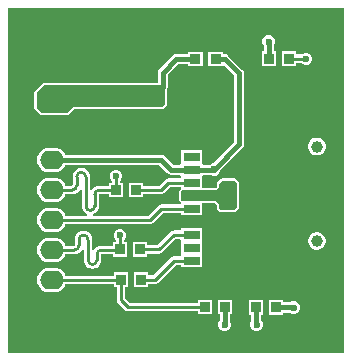
<source format=gtl>
G04*
G04 #@! TF.GenerationSoftware,Altium Limited,Altium Designer,22.3.1 (43)*
G04*
G04 Layer_Physical_Order=1*
G04 Layer_Color=255*
%FSLAX25Y25*%
%MOIN*%
G70*
G04*
G04 #@! TF.SameCoordinates,B0CD7CAE-3E36-43F7-B439-C09FFECED3EA*
G04*
G04*
G04 #@! TF.FilePolarity,Positive*
G04*
G01*
G75*
%ADD13R,0.09449X0.05512*%
%ADD14R,0.05512X0.06299*%
%ADD15R,0.05512X0.02756*%
%ADD16R,0.05433X0.05433*%
%ADD17R,0.03347X0.03347*%
%ADD18R,0.05118X0.03543*%
%ADD27C,0.01000*%
%ADD28C,0.01500*%
%ADD29C,0.03937*%
%ADD30O,0.07874X0.06299*%
%ADD31C,0.02362*%
G36*
X113139Y1427D02*
X1427D01*
Y116387D01*
X113139D01*
X113139Y1427D01*
D02*
G37*
%LPC*%
G36*
X97255Y102078D02*
X92509D01*
Y97332D01*
X97255D01*
Y98277D01*
X99075D01*
X99510Y97842D01*
X100275Y97525D01*
X101103D01*
X101868Y97842D01*
X102453Y98427D01*
X102770Y99192D01*
Y100020D01*
X102453Y100785D01*
X101868Y101371D01*
X101103Y101687D01*
X100275D01*
X99510Y101371D01*
X99272Y101132D01*
X97255D01*
Y102078D01*
D02*
G37*
G36*
X88554Y107445D02*
X87726D01*
X86961Y107128D01*
X86375Y106543D01*
X86059Y105778D01*
Y104950D01*
X86375Y104185D01*
X86507Y104054D01*
Y102078D01*
X85816D01*
Y97332D01*
X90562D01*
Y102078D01*
X89871D01*
Y104153D01*
X89904Y104185D01*
X90221Y104950D01*
Y105778D01*
X89904Y106543D01*
X89319Y107128D01*
X88554Y107445D01*
D02*
G37*
G36*
X66153Y101881D02*
X61406D01*
Y101190D01*
X57382D01*
X56738Y101062D01*
X56192Y100698D01*
X51665Y96170D01*
X51300Y95624D01*
X51172Y94980D01*
Y91560D01*
X13189D01*
X12916Y91506D01*
X12684Y91351D01*
X10322Y88989D01*
X10167Y88757D01*
X10113Y88484D01*
Y83169D01*
X10167Y82896D01*
X10322Y82665D01*
X11897Y81090D01*
X12128Y80935D01*
X12402Y80881D01*
X20965D01*
X21238Y80935D01*
X21469Y81090D01*
X23327Y82948D01*
X52756D01*
X53029Y83002D01*
X53261Y83157D01*
X54146Y84043D01*
X54146Y84043D01*
X54301Y84274D01*
X54355Y84547D01*
X54355Y89372D01*
X54409Y89452D01*
X54537Y90096D01*
Y94283D01*
X58079Y97825D01*
X61406D01*
Y97135D01*
X66153D01*
Y101881D01*
D02*
G37*
G36*
X104623Y73343D02*
X103841D01*
X103086Y73140D01*
X102410Y72749D01*
X101857Y72197D01*
X101466Y71520D01*
X101264Y70765D01*
Y69983D01*
X101466Y69228D01*
X101857Y68551D01*
X102410Y67999D01*
X103086Y67608D01*
X103841Y67405D01*
X104623D01*
X105378Y67608D01*
X106055Y67999D01*
X106608Y68551D01*
X106999Y69228D01*
X107201Y69983D01*
Y70765D01*
X106999Y71520D01*
X106608Y72197D01*
X106055Y72749D01*
X105378Y73140D01*
X104623Y73343D01*
D02*
G37*
G36*
X72846Y101881D02*
X68099D01*
Y97135D01*
X72846D01*
Y97153D01*
X73308Y97345D01*
X76566Y94087D01*
Y71760D01*
X69682Y64876D01*
X69566D01*
X68801Y64560D01*
X68621Y64379D01*
X66309D01*
X65956Y64733D01*
X65956Y65275D01*
Y69105D01*
X59044D01*
X59044Y64733D01*
X58691Y64379D01*
X56307D01*
X53591Y67095D01*
X53045Y67460D01*
X52402Y67588D01*
X20315D01*
X20166Y67948D01*
X19517Y68794D01*
X18671Y69443D01*
X17686Y69851D01*
X16629Y69990D01*
X15054D01*
X13997Y69851D01*
X13012Y69443D01*
X12166Y68794D01*
X11517Y67948D01*
X11109Y66963D01*
X10970Y65905D01*
X11109Y64848D01*
X11517Y63863D01*
X12166Y63017D01*
X13012Y62368D01*
X13997Y61960D01*
X15054Y61821D01*
X16629D01*
X17686Y61960D01*
X18671Y62368D01*
X19517Y63017D01*
X20166Y63863D01*
X20315Y64223D01*
X51705D01*
X54421Y61507D01*
X54966Y61143D01*
X55610Y61014D01*
X58691D01*
X59044Y60661D01*
X59044Y60294D01*
X58679Y59794D01*
X54680D01*
X54680Y59794D01*
X54134Y59685D01*
X53671Y59376D01*
X53671Y59376D01*
X51628Y57333D01*
X46369D01*
Y58279D01*
X41623D01*
Y53532D01*
X46369D01*
Y54478D01*
X52219D01*
X52219Y54478D01*
X52766Y54587D01*
X53229Y54896D01*
X55271Y56939D01*
X59044D01*
Y56362D01*
X58895Y56262D01*
X58550Y55918D01*
X58396Y55686D01*
X58341Y55413D01*
X58341Y52658D01*
X58396Y52384D01*
X58550Y52153D01*
X58944Y51759D01*
X59044Y51692D01*
Y51132D01*
X52362D01*
X51816Y51024D01*
X51353Y50714D01*
X51353Y50714D01*
X47972Y47333D01*
X29757D01*
X29657Y47833D01*
X30190Y48054D01*
X30796Y48518D01*
X31260Y49124D01*
X31553Y49830D01*
X31648Y50551D01*
X31655Y50587D01*
Y54405D01*
X31673D01*
X31689Y54444D01*
X31727Y54460D01*
Y54478D01*
X34930D01*
Y53532D01*
X39676D01*
Y58279D01*
X38790D01*
Y59035D01*
X39127Y59372D01*
X39443Y60137D01*
Y60965D01*
X39127Y61730D01*
X38541Y62315D01*
X37776Y62632D01*
X36948D01*
X36183Y62315D01*
X35598Y61730D01*
X35281Y60965D01*
Y60137D01*
X35598Y59372D01*
X35935Y59035D01*
Y58279D01*
X34930D01*
Y57333D01*
X31727D01*
X31691Y57326D01*
X30970Y57231D01*
X30265Y56939D01*
X29659Y56474D01*
X29194Y55868D01*
X29155Y55773D01*
X28655Y55872D01*
Y60285D01*
X28648Y60320D01*
X28553Y61041D01*
X28260Y61747D01*
X27796Y62353D01*
X27190Y62818D01*
X26484Y63110D01*
X25727Y63209D01*
X24970Y63110D01*
X24265Y62818D01*
X23659Y62353D01*
X23194Y61747D01*
X22902Y61041D01*
X22807Y60320D01*
X22800Y60285D01*
Y57406D01*
X22781D01*
X22765Y57367D01*
X22727Y57351D01*
Y57333D01*
X20421D01*
X20166Y57948D01*
X19517Y58794D01*
X18671Y59443D01*
X17686Y59851D01*
X16629Y59990D01*
X15054D01*
X13997Y59851D01*
X13012Y59443D01*
X12166Y58794D01*
X11517Y57948D01*
X11109Y56963D01*
X10970Y55905D01*
X11109Y54848D01*
X11517Y53863D01*
X12166Y53017D01*
X13012Y52368D01*
X13997Y51960D01*
X15054Y51821D01*
X16629D01*
X17686Y51960D01*
X18671Y52368D01*
X19517Y53017D01*
X20166Y53863D01*
X20421Y54478D01*
X22727D01*
X22763Y54485D01*
X23484Y54580D01*
X24190Y54872D01*
X24796Y55337D01*
X25260Y55943D01*
X25300Y56038D01*
X25800Y55939D01*
Y50587D01*
X25807Y50551D01*
X25902Y49830D01*
X26194Y49124D01*
X26659Y48518D01*
X27265Y48054D01*
X27797Y47833D01*
X27698Y47333D01*
X20421D01*
X20166Y47948D01*
X19517Y48794D01*
X18671Y49443D01*
X17686Y49851D01*
X16629Y49990D01*
X15054D01*
X13997Y49851D01*
X13012Y49443D01*
X12166Y48794D01*
X11517Y47948D01*
X11109Y46963D01*
X10970Y45906D01*
X11109Y44848D01*
X11517Y43863D01*
X12166Y43017D01*
X13012Y42368D01*
X13997Y41960D01*
X15054Y41821D01*
X16629D01*
X17686Y41960D01*
X18671Y42368D01*
X19517Y43017D01*
X20166Y43863D01*
X20421Y44478D01*
X48563D01*
X48563Y44478D01*
X49109Y44587D01*
X49572Y44896D01*
X52953Y48277D01*
X59044D01*
Y47627D01*
X65956D01*
Y51550D01*
X70324D01*
X70843Y51032D01*
X70843Y49949D01*
X70867Y49830D01*
X70897Y49676D01*
X70897Y49676D01*
X70897Y49676D01*
X70956Y49588D01*
X71052Y49444D01*
X71641Y48856D01*
X71641Y48856D01*
X71873Y48701D01*
X72146Y48647D01*
X76722Y48647D01*
X76996Y48701D01*
X77227Y48856D01*
X78162Y49791D01*
X78317Y50022D01*
X78371Y50295D01*
Y58169D01*
X78317Y58442D01*
X78162Y58674D01*
X78162Y58674D01*
X77325Y59511D01*
X77094Y59665D01*
X76821Y59720D01*
X72638D01*
X72365Y59665D01*
X72133Y59511D01*
X71050Y58428D01*
X70896Y58196D01*
X70841Y57923D01*
Y56841D01*
X70472Y56472D01*
X65956D01*
X65956Y60661D01*
X66309Y61014D01*
X68841D01*
X69566Y60714D01*
X70394D01*
X71159Y61031D01*
X71745Y61616D01*
X72061Y62381D01*
Y62497D01*
X79438Y69873D01*
X79438Y69873D01*
X79802Y70419D01*
X79930Y71063D01*
Y94783D01*
X79930Y94784D01*
X79802Y95427D01*
X79438Y95973D01*
X74713Y100698D01*
X74168Y101062D01*
X73524Y101190D01*
X72846D01*
Y101881D01*
D02*
G37*
G36*
X104623Y41846D02*
X103841D01*
X103086Y41644D01*
X102410Y41253D01*
X101857Y40701D01*
X101466Y40024D01*
X101264Y39269D01*
Y38487D01*
X101466Y37732D01*
X101857Y37055D01*
X102410Y36503D01*
X103086Y36112D01*
X103841Y35909D01*
X104623D01*
X105378Y36112D01*
X106055Y36503D01*
X106608Y37055D01*
X106999Y37732D01*
X107201Y38487D01*
Y39269D01*
X106999Y40024D01*
X106608Y40701D01*
X106055Y41253D01*
X105378Y41644D01*
X104623Y41846D01*
D02*
G37*
G36*
X38997Y42869D02*
X38169D01*
X37404Y42552D01*
X36818Y41966D01*
X36502Y41201D01*
Y40373D01*
X36818Y39609D01*
X37155Y39272D01*
Y38456D01*
X36209D01*
Y37333D01*
X32461D01*
X32425Y37326D01*
X31704Y37231D01*
X30999Y36939D01*
X30393Y36474D01*
X29928Y35868D01*
X29889Y35773D01*
X29389Y35872D01*
Y39341D01*
X29382Y39377D01*
X29287Y40098D01*
X28994Y40803D01*
X28530Y41409D01*
X27924Y41874D01*
X27218Y42166D01*
X26461Y42266D01*
X25704Y42166D01*
X24999Y41874D01*
X24393Y41409D01*
X23928Y40803D01*
X23636Y40098D01*
X23541Y39377D01*
X23534Y39341D01*
Y37405D01*
X23515D01*
X23500Y37367D01*
X23461Y37351D01*
Y37333D01*
X20421D01*
X20166Y37948D01*
X19517Y38794D01*
X18671Y39443D01*
X17686Y39851D01*
X16629Y39990D01*
X15054D01*
X13997Y39851D01*
X13012Y39443D01*
X12166Y38794D01*
X11517Y37948D01*
X11109Y36963D01*
X10970Y35906D01*
X11109Y34848D01*
X11517Y33863D01*
X12166Y33017D01*
X13012Y32368D01*
X13997Y31960D01*
X15054Y31821D01*
X16629D01*
X17686Y31960D01*
X18671Y32368D01*
X19517Y33017D01*
X20166Y33863D01*
X20421Y34478D01*
X23461D01*
X23497Y34485D01*
X24218Y34580D01*
X24924Y34872D01*
X25530Y35337D01*
X25994Y35943D01*
X26034Y36038D01*
X26534Y35939D01*
Y32574D01*
X26541Y32539D01*
X26636Y31817D01*
X26928Y31112D01*
X27393Y30506D01*
X27999Y30041D01*
X28704Y29749D01*
X29461Y29649D01*
X30218Y29749D01*
X30924Y30041D01*
X31530Y30506D01*
X31994Y31112D01*
X32287Y31817D01*
X32382Y32539D01*
X32389Y32574D01*
Y34405D01*
X32407D01*
X32423Y34444D01*
X32461Y34460D01*
Y34478D01*
X36209D01*
Y33709D01*
X40956D01*
Y38456D01*
X40010D01*
Y39272D01*
X40347Y39609D01*
X40664Y40373D01*
Y41201D01*
X40347Y41966D01*
X39761Y42552D01*
X38997Y42869D01*
D02*
G37*
G36*
X65956Y43121D02*
X59044D01*
Y42471D01*
X56693D01*
X56147Y42362D01*
X55684Y42053D01*
X55684Y42053D01*
X51141Y37510D01*
X47649D01*
Y38456D01*
X42902D01*
Y33709D01*
X47649D01*
Y34655D01*
X51732D01*
X51732Y34655D01*
X52279Y34764D01*
X52742Y35073D01*
X57284Y39616D01*
X58691D01*
X59044Y39262D01*
Y38965D01*
X59044Y38465D01*
Y34960D01*
X59044Y34635D01*
X59044Y34309D01*
X58679Y33809D01*
X56595D01*
X56595Y33809D01*
X56048Y33701D01*
X55585Y33391D01*
X55585Y33391D01*
X49645Y27451D01*
X48003D01*
Y28397D01*
X43257D01*
Y23650D01*
X48003D01*
Y24596D01*
X50236D01*
X50236Y24596D01*
X50783Y24705D01*
X51246Y25014D01*
X57186Y30955D01*
X59044D01*
Y30304D01*
X65956D01*
Y34135D01*
X65956Y34460D01*
X65956Y34960D01*
Y38465D01*
X65956Y38791D01*
X65956Y39291D01*
Y43121D01*
D02*
G37*
G36*
X93121Y19105D02*
X88375D01*
Y14359D01*
X93121D01*
Y15050D01*
X95196D01*
X95352Y14894D01*
X96117Y14577D01*
X96944D01*
X97709Y14894D01*
X98295Y15480D01*
X98612Y16244D01*
Y17072D01*
X98295Y17837D01*
X97709Y18423D01*
X96944Y18740D01*
X96117D01*
X95352Y18423D01*
X95344Y18415D01*
X93121D01*
Y19105D01*
D02*
G37*
G36*
X16629Y29990D02*
X15054D01*
X13997Y29851D01*
X13012Y29443D01*
X12166Y28794D01*
X11517Y27948D01*
X11109Y26963D01*
X10970Y25905D01*
X11109Y24848D01*
X11517Y23863D01*
X12166Y23017D01*
X13012Y22368D01*
X13997Y21960D01*
X15054Y21821D01*
X16629D01*
X17686Y21960D01*
X18671Y22368D01*
X19517Y23017D01*
X20166Y23863D01*
X20421Y24478D01*
X36564D01*
Y23650D01*
X37510D01*
Y19232D01*
X37510Y19232D01*
X37618Y18686D01*
X37928Y18223D01*
X40231Y15920D01*
X40231Y15920D01*
X40694Y15610D01*
X41240Y15502D01*
X41240Y15502D01*
X64556D01*
Y14556D01*
X69302D01*
Y19302D01*
X64556D01*
Y18357D01*
X41831D01*
X40364Y19824D01*
Y23650D01*
X41310D01*
Y28397D01*
X36564D01*
Y27333D01*
X20421D01*
X20166Y27948D01*
X19517Y28794D01*
X18671Y29443D01*
X17686Y29851D01*
X16629Y29990D01*
D02*
G37*
G36*
X86428Y19105D02*
X81682D01*
Y14359D01*
X82422D01*
Y12235D01*
X82389Y12202D01*
X82073Y11438D01*
Y10610D01*
X82389Y9845D01*
X82975Y9259D01*
X83740Y8942D01*
X84567D01*
X85332Y9259D01*
X85918Y9845D01*
X86235Y10610D01*
Y11438D01*
X85918Y12202D01*
X85787Y12334D01*
Y14359D01*
X86428D01*
Y19105D01*
D02*
G37*
G36*
X75995Y19302D02*
X71249D01*
Y14556D01*
X71890D01*
Y12235D01*
X71759Y12104D01*
X71443Y11339D01*
Y10511D01*
X71759Y9746D01*
X72345Y9161D01*
X73110Y8844D01*
X73938D01*
X74703Y9161D01*
X75288Y9746D01*
X75605Y10511D01*
Y11339D01*
X75288Y12104D01*
X75255Y12137D01*
Y14556D01*
X75995D01*
Y19302D01*
D02*
G37*
%LPD*%
G36*
X53642Y89961D02*
X53642Y84547D01*
X52756Y83661D01*
X23031D01*
X20965Y81595D01*
X12402D01*
X10827Y83169D01*
Y88484D01*
X13189Y90847D01*
X52756D01*
X53642Y89961D01*
D02*
G37*
G36*
X77658Y58169D02*
Y50295D01*
X76722Y49360D01*
X72146Y49360D01*
X71557Y49949D01*
X71556Y51327D01*
X70768Y52116D01*
X70620Y52264D01*
X59449D01*
X59055Y52658D01*
X59055Y55413D01*
X59400Y55758D01*
X70768D01*
X71555Y56545D01*
Y57923D01*
X72638Y59006D01*
X76821D01*
X77658Y58169D01*
D02*
G37*
D13*
X102657Y27264D02*
D03*
Y88287D02*
D03*
D14*
X64862Y86024D02*
D03*
D15*
X62500Y67028D02*
D03*
Y62697D02*
D03*
Y41043D02*
D03*
Y45374D02*
D03*
Y49705D02*
D03*
Y54035D02*
D03*
Y58366D02*
D03*
Y36713D02*
D03*
Y32382D02*
D03*
D16*
X65158Y26870D02*
D03*
D17*
X43996Y55905D02*
D03*
X37303D02*
D03*
X90748Y16732D02*
D03*
X84055D02*
D03*
X66929Y16929D02*
D03*
X73622D02*
D03*
X88189Y99705D02*
D03*
X94882D02*
D03*
X63779Y99508D02*
D03*
X70473D02*
D03*
X38583Y36083D02*
D03*
X45276D02*
D03*
X38937Y26024D02*
D03*
X45630D02*
D03*
D18*
X46850Y81004D02*
D03*
Y86122D02*
D03*
X30315Y86024D02*
D03*
Y80905D02*
D03*
X38583Y86024D02*
D03*
Y80905D02*
D03*
D27*
X31727Y55905D02*
G03*
X30227Y54405I0J-1500D01*
G01*
X27227Y50587D02*
G03*
X30227Y50587I1500J0D01*
G01*
X27227Y60285D02*
G03*
X24227Y60285I-1500J0D01*
G01*
X22727Y55905D02*
G03*
X24227Y57406I0J1500D01*
G01*
X32461Y35906D02*
G03*
X30961Y34405I0J-1500D01*
G01*
X27961Y32574D02*
G03*
X30961Y32574I1500J0D01*
G01*
X27961Y39341D02*
G03*
X24961Y39341I-1500J0D01*
G01*
X23461Y35906D02*
G03*
X24961Y37405I0J1500D01*
G01*
X31727Y55905D02*
X34705D01*
X30227Y50587D02*
Y54405D01*
X27227Y50587D02*
Y60285D01*
X24227Y57406D02*
Y60285D01*
X22227Y55905D02*
X22727D01*
X15842D02*
X22227D01*
X34705D02*
X37303D01*
X50236Y26024D02*
X56595Y32382D01*
X45630Y26024D02*
X50236D01*
X45276Y36083D02*
X51732D01*
X15842Y45906D02*
X48563D01*
X43996Y55905D02*
X52219D01*
X56595Y32382D02*
X62500D01*
X52219Y55905D02*
X54680Y58366D01*
X62500D01*
X51732Y36083D02*
X56693Y41043D01*
X62500D01*
X48563Y45906D02*
X52362Y49705D01*
X62500D01*
X38937Y19232D02*
Y26024D01*
Y19232D02*
X41240Y16929D01*
X38819Y25905D02*
X38937Y26024D01*
X15842Y25905D02*
X38819D01*
X41240Y16929D02*
X66929D01*
X38583Y36083D02*
Y40787D01*
X100591Y99705D02*
X100689Y99606D01*
X94882Y99705D02*
X100591D01*
X37362Y55964D02*
Y60551D01*
X38405Y35906D02*
X38581Y36081D01*
X32461Y35906D02*
X38405D01*
X30961Y32574D02*
Y34405D01*
X27961Y32574D02*
Y39341D01*
X24961Y37405D02*
Y39341D01*
X22961Y35906D02*
X23461D01*
X15842D02*
X22961D01*
D28*
X73524Y99508D02*
X78248Y94784D01*
Y71063D02*
Y94784D01*
X70473Y99508D02*
X73524D01*
X96457Y16732D02*
X96530Y16658D01*
X90723Y16757D02*
X90773Y16708D01*
X90748Y16732D02*
X96457D01*
X52402Y65905D02*
X55610Y62697D01*
X15842Y65905D02*
X52402D01*
X62500Y62697D02*
X69882D01*
X55610D02*
X62500D01*
X51870Y88878D02*
Y89111D01*
X38581Y36081D02*
X38583Y36083D01*
Y40787D02*
X38583Y40787D01*
X51870Y89111D02*
X52854Y90096D01*
Y94980D02*
X57382Y99508D01*
X52854Y90096D02*
Y94980D01*
X57382Y99508D02*
X63779D01*
X88189Y99705D02*
Y105315D01*
X88140Y105364D02*
X88189Y105315D01*
X73573Y16880D02*
X73622Y16929D01*
X73573Y10974D02*
Y16880D01*
X73524Y10925D02*
X73573Y10974D01*
X84055Y16732D02*
X84104Y16683D01*
Y11073D02*
X84153Y11024D01*
X84104Y11073D02*
Y16683D01*
X94882Y99705D02*
X94931Y99655D01*
X69882Y62697D02*
X78248Y71063D01*
D29*
X104232Y38878D02*
D03*
Y70374D02*
D03*
D30*
X15842Y85905D02*
D03*
Y25905D02*
D03*
Y35906D02*
D03*
Y45906D02*
D03*
Y55905D02*
D03*
Y65905D02*
D03*
Y75906D02*
D03*
D31*
X21161Y14567D02*
D03*
X32874Y15157D02*
D03*
X34646Y10138D02*
D03*
X56890Y9843D02*
D03*
X43012Y9252D02*
D03*
X28150Y12795D02*
D03*
X17224Y10827D02*
D03*
X12106Y13976D02*
D03*
X104134Y18898D02*
D03*
X89567Y45472D02*
D03*
X96161Y40453D02*
D03*
X103347Y79528D02*
D03*
X103051Y60039D02*
D03*
X104528Y50886D02*
D03*
X93996Y33268D02*
D03*
X80709Y30610D02*
D03*
X80610Y41142D02*
D03*
X90847Y24311D02*
D03*
X77264Y26772D02*
D03*
X88189Y39272D02*
D03*
X9252Y91634D02*
D03*
X13091Y94095D02*
D03*
X22835Y93996D02*
D03*
X29921Y94193D02*
D03*
X37894Y94390D02*
D03*
X48425Y94980D02*
D03*
X81102Y100591D02*
D03*
X84350Y92913D02*
D03*
X71653Y79331D02*
D03*
X72835Y89862D02*
D03*
X67716Y93209D02*
D03*
X58760Y93701D02*
D03*
X57480Y86713D02*
D03*
X56201Y76378D02*
D03*
X47539Y75689D02*
D03*
X40059Y75295D02*
D03*
X31890Y74606D02*
D03*
X25197Y73622D02*
D03*
X23819Y78543D02*
D03*
X71161Y38583D02*
D03*
X56811Y36181D02*
D03*
X52244Y33071D02*
D03*
X50315Y60551D02*
D03*
X50945Y42087D02*
D03*
X56102Y45551D02*
D03*
X48031Y31220D02*
D03*
X47598Y50433D02*
D03*
X51870Y88878D02*
D03*
X88090Y79823D02*
D03*
Y71949D02*
D03*
X87992Y61713D02*
D03*
Y53839D02*
D03*
X95374Y61516D02*
D03*
Y57579D02*
D03*
Y49705D02*
D03*
X95177Y77756D02*
D03*
Y69882D02*
D03*
X103937Y5118D02*
D03*
X100000D02*
D03*
X96063D02*
D03*
X92126D02*
D03*
X88189D02*
D03*
X84252D02*
D03*
X80315D02*
D03*
X76378D02*
D03*
X72441D02*
D03*
X5512Y16929D02*
D03*
Y12992D02*
D03*
Y9055D02*
D03*
X5610Y105807D02*
D03*
Y101870D02*
D03*
Y97933D02*
D03*
Y93996D02*
D03*
Y90059D02*
D03*
X70669Y108858D02*
D03*
X66732D02*
D03*
X62795D02*
D03*
X58858D02*
D03*
X54921D02*
D03*
X50984D02*
D03*
X47047D02*
D03*
X43110D02*
D03*
X39173D02*
D03*
X31299D02*
D03*
X35236D02*
D03*
X27362D02*
D03*
X23425D02*
D03*
X19488D02*
D03*
X15551D02*
D03*
X11614D02*
D03*
X7677D02*
D03*
X74606D02*
D03*
X78543D02*
D03*
X82480D02*
D03*
X86417D02*
D03*
X90354D02*
D03*
X98228D02*
D03*
X94291D02*
D03*
X102165D02*
D03*
X106102D02*
D03*
X108071Y112303D02*
D03*
X104134D02*
D03*
X100197D02*
D03*
X92323D02*
D03*
X96260D02*
D03*
X88386D02*
D03*
X84449D02*
D03*
X80512D02*
D03*
X76575D02*
D03*
X72638D02*
D03*
X110433Y108169D02*
D03*
Y104232D02*
D03*
Y100295D02*
D03*
Y92421D02*
D03*
Y96358D02*
D03*
Y88484D02*
D03*
Y84547D02*
D03*
Y80610D02*
D03*
Y76673D02*
D03*
Y72736D02*
D03*
Y5807D02*
D03*
Y9744D02*
D03*
Y13681D02*
D03*
Y17618D02*
D03*
Y21555D02*
D03*
Y25492D02*
D03*
Y33366D02*
D03*
Y29429D02*
D03*
Y37303D02*
D03*
Y41240D02*
D03*
Y45177D02*
D03*
Y49114D02*
D03*
Y53051D02*
D03*
Y56988D02*
D03*
Y60925D02*
D03*
Y64862D02*
D03*
Y68799D02*
D03*
X5512Y5118D02*
D03*
X9449D02*
D03*
X13386D02*
D03*
X17323D02*
D03*
X21260D02*
D03*
X25197D02*
D03*
X33071D02*
D03*
X29134D02*
D03*
X37008D02*
D03*
X40945D02*
D03*
X44882D02*
D03*
X48819D02*
D03*
X52756D02*
D03*
X56693D02*
D03*
X60630D02*
D03*
X64567D02*
D03*
X68504D02*
D03*
X5709Y112303D02*
D03*
X9646D02*
D03*
X13583D02*
D03*
X17520D02*
D03*
X21457D02*
D03*
X25394D02*
D03*
X33268D02*
D03*
X29331D02*
D03*
X37205D02*
D03*
X41142D02*
D03*
X45079D02*
D03*
X49016D02*
D03*
X52953D02*
D03*
X56890D02*
D03*
X60827D02*
D03*
X64764D02*
D03*
X68701D02*
D03*
X5610Y23130D02*
D03*
Y27067D02*
D03*
Y31004D02*
D03*
Y34941D02*
D03*
Y38878D02*
D03*
Y42815D02*
D03*
Y46752D02*
D03*
Y50689D02*
D03*
Y54626D02*
D03*
Y62500D02*
D03*
Y58563D02*
D03*
Y66437D02*
D03*
Y70374D02*
D03*
Y74311D02*
D03*
Y78248D02*
D03*
Y82185D02*
D03*
Y86122D02*
D03*
X21378Y20787D02*
D03*
X24803Y23071D02*
D03*
X29606Y23110D02*
D03*
X34488Y23071D02*
D03*
X45984Y21102D02*
D03*
X50197Y21811D02*
D03*
X53110Y23898D02*
D03*
X55984Y26299D02*
D03*
X59724Y28386D02*
D03*
X42953Y31181D02*
D03*
X22402Y29134D02*
D03*
X27067Y28937D02*
D03*
X28543Y43209D02*
D03*
X33622Y31850D02*
D03*
X23858Y32677D02*
D03*
X21732Y41024D02*
D03*
X33110Y40866D02*
D03*
X44764Y42165D02*
D03*
X68583Y45197D02*
D03*
X41378Y49409D02*
D03*
X34173Y49528D02*
D03*
X22953Y52047D02*
D03*
X20709Y61221D02*
D03*
X30787Y59842D02*
D03*
X56260Y54016D02*
D03*
X37362Y60551D02*
D03*
X38583Y40787D02*
D03*
X74508Y61122D02*
D03*
X68602Y50098D02*
D03*
X68504Y57972D02*
D03*
X74705Y47244D02*
D03*
X80020Y54921D02*
D03*
X74508Y56102D02*
D03*
X74705Y51870D02*
D03*
X88140Y105364D02*
D03*
X73524Y10925D02*
D03*
X84153Y11024D02*
D03*
X51870Y85236D02*
D03*
X96530Y16658D02*
D03*
X100689Y99606D02*
D03*
X69980Y62795D02*
D03*
M02*

</source>
